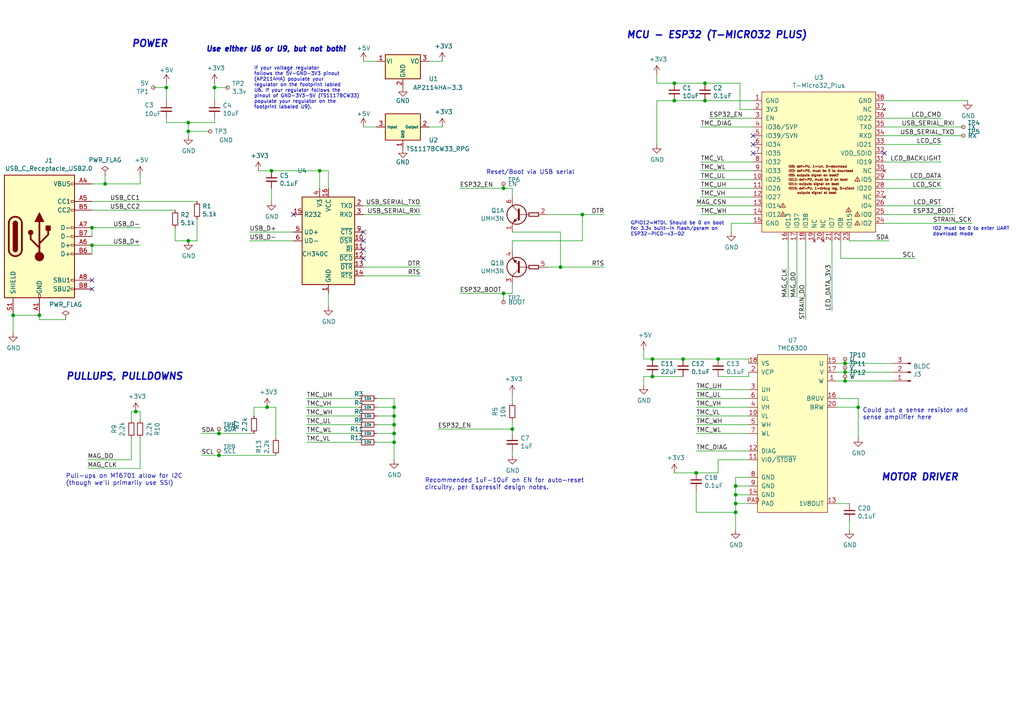
<source format=kicad_sch>
(kicad_sch (version 20240417) (generator "eeschema") (generator_version "8.99")
  (paper "A4")
  (lib_symbols
    (symbol "Connector:Conn_01x03_Male" (pin_names (offset 1.016) hide)
      (property "Reference" "J" (at 0 5.08 0))
      (property "Value" "Conn_01x03_Male" (at 0 -5.08 0))
      (symbol "Conn_01x03_Male_1_1"
        (pin passive line (at 5.08 2.54 180) (length 3.81) (name "Pin_1") (number "1"))
        (pin passive line (at 5.08 0 180) (length 3.81) (name "Pin_2") (number "2"))
        (pin passive line (at 5.08 -2.54 180) (length 3.81) (name "Pin_3") (number "3"))
      )
    )
    (symbol "Connector:TestPoint_Small" (pin_numbers hide) (pin_names (offset 0.762) hide)
      (property "Reference" "TP" (at 0 3.81 0))
      (property "Value" "TestPoint_Small" (at 0 2.032 0))
      (symbol "TestPoint_Small_1_1"
        (pin passive line (at 0 0 90) (length 0) (name "1") (number "1"))
      )
    )
    (symbol "Connector:USB_C_Receptacle_USB2.0" (pin_names (offset 1.016))
      (property "Reference" "J" (at -10.16 19.05 0))
      (property "Value" "USB_C_Receptacle_USB2.0" (at 19.05 19.05 0))
      (symbol "USB_C_Receptacle_USB2.0_1_1"
        (pin passive line (at 0 -22.86 90) (length 5.08) (name "GND") (number "A1"))
        (pin passive line (at 0 -22.86 90) (length 5.08) hide (name "GND") (number "A12"))
        (pin passive line (at 15.24 15.24 180) (length 5.08) (name "VBUS") (number "A4"))
        (pin bidirectional line (at 15.24 10.16 180) (length 5.08) (name "CC1") (number "A5"))
        (pin bidirectional line (at 15.24 -2.54 180) (length 5.08) (name "D+") (number "A6"))
        (pin bidirectional line (at 15.24 2.54 180) (length 5.08) (name "D-") (number "A7"))
        (pin bidirectional line (at 15.24 -12.7 180) (length 5.08) (name "SBU1") (number "A8"))
        (pin passive line (at 15.24 15.24 180) (length 5.08) hide (name "VBUS") (number "A9"))
        (pin passive line (at 0 -22.86 90) (length 5.08) hide (name "GND") (number "B1"))
        (pin passive line (at 0 -22.86 90) (length 5.08) hide (name "GND") (number "B12"))
        (pin passive line (at 15.24 15.24 180) (length 5.08) hide (name "VBUS") (number "B4"))
        (pin bidirectional line (at 15.24 7.62 180) (length 5.08) (name "CC2") (number "B5"))
        (pin bidirectional line (at 15.24 -5.08 180) (length 5.08) (name "D+") (number "B6"))
        (pin bidirectional line (at 15.24 0 180) (length 5.08) (name "D-") (number "B7"))
        (pin bidirectional line (at 15.24 -15.24 180) (length 5.08) (name "SBU2") (number "B8"))
        (pin passive line (at 15.24 15.24 180) (length 5.08) hide (name "VBUS") (number "B9"))
        (pin passive line (at -7.62 -22.86 90) (length 5.08) (name "SHIELD") (number "S1"))
      )
    )
    (symbol "Device:C_Small" (pin_numbers hide) (pin_names (offset 0.254) hide)
      (property "Reference" "C" (at 0.254 1.778 0))
      (property "Value" "C_Small" (at 0.254 -2.032 0))
      (symbol "C_Small_1_1"
        (pin passive line (at 0 2.54 270) (length 2.032) (name "~") (number "1"))
        (pin passive line (at 0 -2.54 90) (length 2.032) (name "~") (number "2"))
      )
    )
    (symbol "Device:R_Small" (pin_numbers hide) (pin_names (offset 0.254) hide)
      (property "Reference" "R" (at 0.762 0.508 0))
      (property "Value" "R_Small" (at 0.762 -1.016 0))
      (symbol "R_Small_1_1"
        (pin passive line (at 0 2.54 270) (length 0.762) (name "~") (number "1"))
        (pin passive line (at 0 -2.54 90) (length 0.762) (name "~") (number "2"))
      )
    )
    (symbol "Interface_USB:CH340C"
      (property "Reference" "U" (at -5.08 13.97 0))
      (property "Value" "CH340C" (at 1.27 13.97 0))
      (symbol "CH340C_1_1"
        (pin power_in line (at 0 -15.24 90) (length 2.54) (name "GND") (number "1"))
        (pin input line (at 10.16 0 180) (length 2.54) (name "~{DSR}") (number "10"))
        (pin input line (at 10.16 -2.54 180) (length 2.54) (name "~{RI}") (number "11"))
        (pin input line (at 10.16 -5.08 180) (length 2.54) (name "~{DCD}") (number "12"))
        (pin output line (at 10.16 -7.62 180) (length 2.54) (name "~{DTR}") (number "13"))
        (pin output line (at 10.16 -10.16 180) (length 2.54) (name "~{RTS}") (number "14"))
        (pin input line (at -10.16 7.62 0) (length 2.54) (name "R232") (number "15"))
        (pin power_in line (at 0 15.24 270) (length 2.54) (name "VCC") (number "16"))
        (pin output line (at 10.16 10.16 180) (length 2.54) (name "TXD") (number "2"))
        (pin input line (at 10.16 7.62 180) (length 2.54) (name "RXD") (number "3"))
        (pin passive line (at -2.54 15.24 270) (length 2.54) (name "V3") (number "4"))
        (pin bidirectional line (at -10.16 2.54 0) (length 2.54) (name "UD+") (number "5"))
        (pin bidirectional line (at -10.16 0 0) (length 2.54) (name "UD-") (number "6"))
        (pin no_connect line (at -7.62 -7.62 0) (length 2.54) hide (name "NC") (number "7"))
        (pin no_connect line (at -7.62 -10.16 0) (length 2.54) hide (name "NC") (number "8"))
        (pin input line (at 10.16 2.54 180) (length 2.54) (name "~{CTS}") (number "9"))
      )
    )
    (symbol "Regulator_Linear:AP7361C-33E" (pin_names (offset 0.254))
      (property "Reference" "U" (at -3.81 3.175 0))
      (property "Value" "AP7361C-33E" (at 0 3.175 0))
      (symbol "AP7361C-33E_1_1"
        (pin power_in line (at -7.62 0 0) (length 2.54) (name "VI") (number "1"))
        (pin power_in line (at 0 -7.62 90) (length 2.54) (name "GND") (number "2"))
        (pin power_out line (at 7.62 0 180) (length 2.54) (name "VO") (number "3"))
      )
    )
    (symbol "Regulator_Linear:TS1117BCW33_RPG"
      (property "Reference" "U" (at 0 8.89 0))
      (property "Value" "TS1117BCW33_RPG" (at 0 6.35 0))
      (symbol "TS1117BCW33_RPG_1_1"
        (pin power_in line (at 0 -6.35 90) (length 2.54) (name "GND") (number "1"))
        (pin passive line (at 7.62 0 180) (length 2.54) (name "Output") (number "2"))
        (pin power_in line (at -7.62 0 0) (length 2.54) (name "Input") (number "3"))
      )
    )
    (symbol "Transistor_BJT:UMH3N" (pin_names hide)
      (property "Reference" "Q" (at 7.62 1.27 0))
      (property "Value" "UMH3N" (at 7.62 -1.27 0))
      (symbol "UMH3N_1_1"
        (pin passive line (at 5.08 -5.08 90) (length 2.54) (name "E1") (number "1"))
        (pin input line (at -5.08 0 0) (length 2.54) (name "B1") (number "2"))
        (pin passive line (at 5.08 5.08 270) (length 2.54) (name "C1") (number "6"))
      )
      (symbol "UMH3N_2_1"
        (pin passive line (at 5.08 5.08 270) (length 2.54) (name "C2") (number "3"))
        (pin passive line (at 5.08 -5.08 90) (length 2.54) (name "E2") (number "4"))
        (pin input line (at -5.08 0 0) (length 2.54) (name "B2") (number "5"))
      )
    )
    (symbol "Trinamic:TMC6300" (pin_names (offset 1.016))
      (property "Reference" "U" (at 0 2.54 0))
      (property "Value" "TMC6300" (at 0 0 0))
      (symbol "TMC6300_1_1"
        (pin output line (at 12.7 15.24 180) (length 2.54) (name "W") (number "1"))
        (pin input line (at -12.7 5.08 0) (length 2.54) (name "VL") (number "10"))
        (pin power_in line (at -12.7 -7.62 0) (length 2.54) (name "VIO/~{STDBY}") (number "11"))
        (pin output line (at -12.7 -5.08 0) (length 2.54) (name "DIAG") (number "12"))
        (pin power_out line (at 12.7 -20.32 180) (length 2.54) (name "1V8OUT") (number "13"))
        (pin power_in line (at -12.7 -17.78 0) (length 2.54) (name "GND") (number "14"))
        (pin output line (at 12.7 20.32 180) (length 2.54) (name "U") (number "15"))
        (pin passive line (at 12.7 10.16 180) (length 2.54) (name "BRUV") (number "16"))
        (pin output line (at 12.7 17.78 180) (length 2.54) (name "V") (number "17"))
        (pin power_in line (at -12.7 20.32 0) (length 2.54) (name "VS") (number "18"))
        (pin no_connect line (at 12.7 -17.78 180) (length 2.54) hide (name "NC") (number "19"))
        (pin bidirectional line (at -12.7 17.78 0) (length 2.54) (name "VCP") (number "2"))
        (pin passive line (at 12.7 7.62 180) (length 2.54) (name "BRW") (number "20"))
        (pin input line (at -12.7 12.7 0) (length 2.54) (name "UH") (number "3"))
        (pin input line (at -12.7 7.62 0) (length 2.54) (name "VH") (number "4"))
        (pin input line (at -12.7 2.54 0) (length 2.54) (name "WH") (number "5"))
        (pin input line (at -12.7 10.16 0) (length 2.54) (name "UL") (number "6"))
        (pin input line (at -12.7 0 0) (length 2.54) (name "WL") (number "7"))
        (pin power_in line (at -12.7 -12.7 0) (length 2.54) (name "GND") (number "8"))
        (pin power_in line (at -12.7 -15.24 0) (length 2.54) (name "GND") (number "9"))
        (pin power_in line (at -12.7 -20.32 0) (length 2.54) (name "PAD") (number "PAD"))
      )
    )
    (symbol "lilygo_micro32:T-Micro32_Plus" (pin_names (offset 1.016))
      (property "Reference" "U" (at -15.24 21.59 0))
      (property "Value" "T-Micro32_Plus" (at 0 17.78 0))
      (symbol "T-Micro32_Plus_0_0"
        (text "IO0: def=PU, 1=run, 0=download" (at -8.89 -1.27 0) (effects (font (size 0.6604 0.6604)) (justify left)))
        (text "IO2: def=PD, must be 0 to download" (at -8.89 -2.54 0) (effects (font (size 0.6604 0.6604)) (justify left)))
        (text "IO5: outputs signal on boot?" (at -8.89 -3.81 0) (effects (font (size 0.6604 0.6604)) (justify left)))
        (text "IO12: def=PD, must be 0 on boot" (at -8.89 -5.08 0) (effects (font (size 0.6604 0.6604)) (justify left)))
        (text "IO14: outputs signal on boot" (at -8.89 -6.35 0) (effects (font (size 0.6604 0.6604)) (justify left)))
        (text "IO15: def=PU, 1=debug log, 0=silent" (at -8.89 -7.62 0) (effects (font (size 0.6604 0.6604)) (justify left)))
        (text "outputs signal at boot" (at -6.35 -8.89 0) (effects (font (size 0.6604 0.6604)) (justify left)))
      )
      (symbol "T-Micro32_Plus_1_1"
        (pin power_in line (at -19.05 17.78 0) (length 2.54) (name "GND") (number "1"))
        (pin bidirectional line (at -19.05 -5.08 0) (length 2.54) (name "IO25") (number "10"))
        (pin bidirectional line (at -19.05 -7.62 0) (length 2.54) (name "IO26") (number "11"))
        (pin bidirectional line (at -19.05 -10.16 0) (length 2.54) (name "IO27") (number "12"))
        (pin bidirectional line (at -19.05 -12.7 0) (length 2.54) (name "IO14") (number "13"))
        (pin bidirectional line (at -19.05 -15.24 0) (length 2.54) (name "IO12") (number "14"))
        (pin power_in line (at -19.05 -17.78 0) (length 2.54) (name "GND") (number "15"))
        (pin bidirectional line (at -8.89 -22.86 90) (length 2.54) (name "IO13") (number "16"))
        (pin input line (at -6.35 -22.86 90) (length 2.54) (name "IO37") (number "17"))
        (pin input line (at -3.81 -22.86 90) (length 2.54) (name "IO38") (number "18"))
        (pin no_connect line (at -1.27 -22.86 90) (length 2.54) (name "NC") (number "19"))
        (pin power_in line (at -19.05 15.24 0) (length 2.54) (name "3V3") (number "2"))
        (pin no_connect line (at 1.27 -22.86 90) (length 2.54) (name "NC") (number "20"))
        (pin bidirectional line (at 3.81 -22.86 90) (length 2.54) (name "IO7") (number "21"))
        (pin bidirectional line (at 6.35 -22.86 90) (length 2.54) (name "IO8") (number "22"))
        (pin bidirectional line (at 8.89 -22.86 90) (length 2.54) (name "IO15") (number "23"))
        (pin bidirectional line (at 19.05 -17.78 180) (length 2.54) (name "IO2") (number "24"))
        (pin bidirectional line (at 19.05 -15.24 180) (length 2.54) (name "IO0") (number "25"))
        (pin bidirectional line (at 19.05 -12.7 180) (length 2.54) (name "IO4") (number "26"))
        (pin no_connect line (at 19.05 -10.16 180) (length 2.54) (name "NC") (number "27"))
        (pin bidirectional line (at 19.05 -7.62 180) (length 2.54) (name "IO20") (number "28"))
        (pin bidirectional line (at 19.05 -5.08 180) (length 2.54) (name "IO5") (number "29"))
        (pin input line (at -19.05 12.7 0) (length 2.54) (name "EN") (number "3"))
        (pin no_connect line (at 19.05 -2.54 180) (length 2.54) (name "NC") (number "30"))
        (pin bidirectional line (at 19.05 0 180) (length 2.54) (name "IO19") (number "31"))
        (pin passive line (at 19.05 2.54 180) (length 2.54) (name "VDD_SDIO") (number "32"))
        (pin bidirectional line (at 19.05 5.08 180) (length 2.54) (name "IO21") (number "33"))
        (pin input line (at 19.05 7.62 180) (length 2.54) (name "RXD") (number "34"))
        (pin output line (at 19.05 10.16 180) (length 2.54) (name "TXD") (number "35"))
        (pin bidirectional line (at 19.05 12.7 180) (length 2.54) (name "IO22") (number "36"))
        (pin no_connect line (at 19.05 15.24 180) (length 2.54) (name "NC") (number "37"))
        (pin power_in line (at 19.05 17.78 180) (length 2.54) (name "GND") (number "38"))
        (pin input line (at -19.05 10.16 0) (length 2.54) (name "IO36/SVP") (number "4"))
        (pin input line (at -19.05 7.62 0) (length 2.54) (name "IO39/SVN") (number "5"))
        (pin input line (at -19.05 5.08 0) (length 2.54) (name "IO34") (number "6"))
        (pin input line (at -19.05 2.54 0) (length 2.54) (name "IO35") (number "7"))
        (pin bidirectional line (at -19.05 0 0) (length 2.54) (name "IO32") (number "8"))
        (pin bidirectional line (at -19.05 -2.54 0) (length 2.54) (name "IO33") (number "9"))
      )
    )
    (symbol "power:+3.3V" (power) (pin_names (offset 0))
      (property "Value" "+3.3V" (at 0 3.556 0))
      (symbol "+3.3V_1_1"
        (pin power_in line (at 0 0 90) (length 0) hide (name "+3V3") (number "1"))
      )
    )
    (symbol "power:+5V" (power) (pin_names (offset 0))
      (property "Value" "+5V" (at 0 3.556 0))
      (symbol "+5V_1_1"
        (pin power_in line (at 0 0 90) (length 0) hide (name "+5V") (number "1"))
      )
    )
    (symbol "power:GND" (power) (pin_names (offset 0))
      (property "Value" "GND" (at 0 -3.81 0))
      (symbol "GND_1_1"
        (pin power_in line (at 0 0 270) (length 0) hide (name "GND") (number "1"))
      )
    )
    (symbol "power:PWR_FLAG" (power) (pin_numbers hide) (pin_names (offset 0) hide)
      (property "Value" "PWR_FLAG" (at 0 3.81 0))
      (symbol "PWR_FLAG_0_0"
        (pin power_out line (at 0 0 90) (length 0) (name "pwr") (number "1"))
      )
    )
  )
  (text "PULLUPS, PULLDOWNS" (at 19.05 110.49 0) (effects (font (size 2.0066 2.0066) (thickness 0.4013) (bold yes) (italic yes)) (justify left bottom)))
  (text "Recommended 1uF-10uF on EN for auto-reset\ncircuitry, per Espressif design notes." (at 123.19 142.24 0) (effects (font (size 1.27 1.27)) (justify left bottom)))
  (text "MOTOR DRIVER" (at 255.524 139.7 0) (effects (font (size 2.0066 2.0066) (thickness 0.4013) (bold yes) (italic yes)) (justify left bottom)))
  (text "POWER" (at 38.1 13.97 0) (effects (font (size 2.0066 2.0066) (thickness 0.4013) (bold yes) (italic yes)) (justify left bottom)))
  (text "MCU - ESP32 (T-MICRO32 PLUS)" (at 181.61 11.43 0) (effects (font (size 2.0066 2.0066) (thickness 0.4013) (bold yes) (italic yes)) (justify left bottom)))
  (text "Reset/Boot via USB serial" (at 140.97 50.8 0) (effects (font (size 1.27 1.27)) (justify left bottom)))
  (text "IO2 must be 0 to enter UART\ndownload mode" (at 270.51 68.58 0) (effects (font (size 0.9906 0.9906)) (justify left bottom)))
  (text "If your voltage regulator\nfollows the 5V-GND-3V3 pinout\n(AP2114HA) populate your\nregulator on the footprint labled\nU6. If your regulator follows the\npinout of GND-3V3-5V (TS1117BCW33)\npopulate your regulator on the\nfootprint labaled U9)." (at 73.66 31.75 0) (effects (font (size 1 1)) (justify left bottom)))
  (text "Use either U6 or U9, but not both!" (at 59.69 15.24 0) (effects (font (size 1.5 1.5) (thickness 0.6) (bold yes) (italic yes)) (justify left bottom)))
  (text "GPIO12=MTDI. Should be 0 on boot\nfor 3.3v built-in flash/psram on\nESP32-PICO-v3-02" (at 182.88 68.58 0) (effects (font (size 0.9906 0.9906)) (justify left bottom)))
  (text "USB" (at -13.97 45.72 0) (effects (font (size 2.0066 2.0066) (thickness 0.4013) (bold yes) (italic yes)) (justify left bottom)))
  (text "Pull-ups on MT6701 allow for I2C\n(though we'll primarily use SSI)" (at 19.05 140.97 0) (effects (font (size 1.27 1.27)) (justify left bottom)))
  (text "Could put a sense resistor and\nsense amplifier here" (at 250.19 121.92 0) (effects (font (size 1.27 1.27)) (justify left bottom)))
  (junction (at 54.61 35.56))
  (junction (at 195.58 29.21))
  (junction (at 245.11 105.41))
  (junction (at 204.47 29.21))
  (junction (at 114.3 120.65))
  (junction (at 114.3 123.19))
  (junction (at 77.47 118.11))
  (junction (at 114.3 118.11))
  (junction (at 213.36 140.97))
  (junction (at 245.11 110.49))
  (junction (at 245.11 107.95))
  (junction (at 204.47 24.13))
  (junction (at 78.74 49.53))
  (junction (at 26.67 66.04))
  (junction (at 62.23 25.4))
  (junction (at 248.92 118.11))
  (junction (at 30.48 53.34))
  (junction (at 63.5 132.08))
  (junction (at 26.67 71.12))
  (junction (at 11.43 91.44))
  (junction (at 114.3 125.73))
  (junction (at 48.26 25.4))
  (junction (at 92.71 49.53))
  (junction (at 54.61 69.85))
  (junction (at 195.58 24.13))
  (junction (at 162.56 77.47))
  (junction (at 54.61 38.1))
  (junction (at 168.91 62.23))
  (junction (at 146.05 85.09))
  (junction (at 189.23 109.22))
  (junction (at 201.93 137.16))
  (junction (at 213.36 143.51))
  (junction (at 3.81 91.44))
  (junction (at 208.28 104.14))
  (junction (at 213.36 148.59))
  (junction (at 189.23 104.14))
  (junction (at 114.3 128.27))
  (junction (at 146.05 54.61))
  (junction (at 213.36 146.05))
  (junction (at 148.59 124.46))
  (junction (at 39.37 119.38))
  (junction (at 63.5 125.73))
  (junction (at 198.12 104.14))
  (no_connect (at 26.67 81.28))
  (no_connect (at 256.54 44.45))
  (no_connect (at 105.41 72.39))
  (no_connect (at 26.67 83.82))
  (no_connect (at 105.41 74.93))
  (no_connect (at 218.44 41.91))
  (no_connect (at 85.09 62.23))
  (no_connect (at 105.41 67.31))
  (no_connect (at 218.44 39.37))
  (no_connect (at 218.44 44.45))
  (no_connect (at 105.41 69.85))
  (wire (pts (xy 248.92 115.57) (xy 248.92 118.11)))
  (wire (pts (xy 218.44 57.15) (xy 203.2 57.15)))
  (wire (pts (xy 114.3 115.57) (xy 114.3 118.11)))
  (wire (pts (xy 73.66 120.65) (xy 73.66 118.11)))
  (wire (pts (xy 212.09 67.31) (xy 212.09 64.77)))
  (wire (pts (xy 208.28 104.14) (xy 198.12 104.14)))
  (wire (pts (xy 242.57 146.05) (xy 246.38 146.05)))
  (wire (pts (xy 54.61 35.56) (xy 54.61 38.1)))
  (wire (pts (xy 44.45 25.4) (xy 48.26 25.4)))
  (wire (pts (xy 77.47 118.11) (xy 80.01 118.11)))
  (wire (pts (xy 148.59 132.08) (xy 148.59 130.81)))
  (wire (pts (xy 78.74 49.53) (xy 92.71 49.53)))
  (wire (pts (xy 54.61 38.1) (xy 60.96 38.1)))
  (wire (pts (xy 233.68 69.85) (xy 233.68 92.71)))
  (wire (pts (xy 80.01 118.11) (xy 80.01 127)))
  (wire (pts (xy 26.67 58.42) (xy 57.15 58.42)))
  (wire (pts (xy 213.36 143.51) (xy 217.17 143.51)))
  (wire (pts (xy 62.23 25.4) (xy 62.23 29.21)))
  (wire (pts (xy 168.91 62.23) (xy 175.26 62.23)))
  (wire (pts (xy 114.3 125.73) (xy 114.3 128.27)))
  (wire (pts (xy 26.67 66.04) (xy 26.67 68.58)))
  (wire (pts (xy 189.23 104.14) (xy 198.12 104.14)))
  (wire (pts (xy 104.14 128.27) (xy 88.9 128.27)))
  (wire (pts (xy 218.44 46.99) (xy 203.2 46.99)))
  (wire (pts (xy 30.48 53.34) (xy 40.64 53.34)))
  (wire (pts (xy 95.25 49.53) (xy 92.71 49.53)))
  (wire (pts (xy 48.26 24.13) (xy 48.26 25.4)))
  (wire (pts (xy 57.15 69.85) (xy 57.15 63.5)))
  (wire (pts (xy 124.46 17.78) (xy 128.27 17.78)))
  (wire (pts (xy 190.5 29.21) (xy 195.58 29.21)))
  (wire (pts (xy 218.44 62.23) (xy 203.2 62.23)))
  (wire (pts (xy 11.43 92.71) (xy 19.05 92.71)))
  (wire (pts (xy 198.12 109.22) (xy 189.23 109.22)))
  (wire (pts (xy 190.5 24.13) (xy 190.5 21.59)))
  (wire (pts (xy 245.11 110.49) (xy 242.57 110.49)))
  (wire (pts (xy 54.61 35.56) (xy 48.26 35.56)))
  (wire (pts (xy 217.17 123.19) (xy 201.93 123.19)))
  (wire (pts (xy 54.61 35.56) (xy 62.23 35.56)))
  (wire (pts (xy 162.56 67.31) (xy 162.56 77.47)))
  (wire (pts (xy 133.35 54.61) (xy 146.05 54.61)))
  (wire (pts (xy 104.14 120.65) (xy 88.9 120.65)))
  (wire (pts (xy 217.17 120.65) (xy 201.93 120.65)))
  (wire (pts (xy 256.54 36.83) (xy 279.4 36.83)))
  (wire (pts (xy 168.91 69.85) (xy 168.91 62.23)))
  (wire (pts (xy 25.4 135.89) (xy 40.64 135.89)))
  (wire (pts (xy 26.67 60.96) (xy 50.8 60.96)))
  (wire (pts (xy 243.84 74.93) (xy 243.84 69.85)))
  (wire (pts (xy 245.11 106.68) (xy 245.11 107.95)))
  (wire (pts (xy 217.17 105.41) (xy 217.17 104.14)))
  (wire (pts (xy 105.41 62.23) (xy 121.92 62.23)))
  (wire (pts (xy 217.17 130.81) (xy 201.93 130.81)))
  (wire (pts (xy 26.67 53.34) (xy 30.48 53.34)))
  (wire (pts (xy 148.59 67.31) (xy 162.56 67.31)))
  (wire (pts (xy 104.14 125.73) (xy 88.9 125.73)))
  (wire (pts (xy 26.67 66.04) (xy 40.64 66.04)))
  (wire (pts (xy 218.44 52.07) (xy 203.2 52.07)))
  (wire (pts (xy 74.93 49.53) (xy 78.74 49.53)))
  (wire (pts (xy 231.14 69.85) (xy 231.14 86.36)))
  (wire (pts (xy 242.57 115.57) (xy 248.92 115.57)))
  (wire (pts (xy 62.23 25.4) (xy 66.04 25.4)))
  (wire (pts (xy 148.59 54.61) (xy 148.59 57.15)))
  (wire (pts (xy 217.17 125.73) (xy 201.93 125.73)))
  (wire (pts (xy 186.69 101.6) (xy 186.69 104.14)))
  (wire (pts (xy 256.54 39.37) (xy 279.4 39.37)))
  (wire (pts (xy 26.67 71.12) (xy 40.64 71.12)))
  (wire (pts (xy 3.81 91.44) (xy 3.81 96.52)))
  (wire (pts (xy 218.44 36.83) (xy 203.2 36.83)))
  (wire (pts (xy 95.25 54.61) (xy 95.25 49.53)))
  (wire (pts (xy 242.57 105.41) (xy 245.11 105.41)))
  (wire (pts (xy 214.63 24.13) (xy 204.47 24.13)))
  (wire (pts (xy 218.44 54.61) (xy 203.2 54.61)))
  (wire (pts (xy 148.59 85.09) (xy 146.05 85.09)))
  (wire (pts (xy 114.3 118.11) (xy 109.22 118.11)))
  (wire (pts (xy 50.8 69.85) (xy 54.61 69.85)))
  (wire (pts (xy 217.17 118.11) (xy 201.93 118.11)))
  (wire (pts (xy 217.17 133.35) (xy 208.28 133.35)))
  (wire (pts (xy 148.59 82.55) (xy 148.59 85.09)))
  (wire (pts (xy 50.8 66.04) (xy 50.8 69.85)))
  (wire (pts (xy 248.92 118.11) (xy 248.92 127)))
  (wire (pts (xy 40.64 119.38) (xy 40.64 121.92)))
  (wire (pts (xy 273.05 34.29) (xy 256.54 34.29)))
  (wire (pts (xy 201.93 148.59) (xy 213.36 148.59)))
  (wire (pts (xy 124.46 36.83) (xy 128.27 36.83)))
  (wire (pts (xy 186.69 109.22) (xy 186.69 111.76)))
  (wire (pts (xy 195.58 137.16) (xy 201.93 137.16)))
  (wire (pts (xy 218.44 49.53) (xy 203.2 49.53)))
  (wire (pts (xy 213.36 148.59) (xy 213.36 146.05)))
  (wire (pts (xy 30.48 50.8) (xy 30.48 53.34)))
  (wire (pts (xy 114.3 118.11) (xy 114.3 120.65)))
  (wire (pts (xy 218.44 59.69) (xy 201.93 59.69)))
  (wire (pts (xy 58.42 132.08) (xy 63.5 132.08)))
  (wire (pts (xy 11.43 91.44) (xy 3.81 91.44)))
  (wire (pts (xy 58.42 125.73) (xy 63.5 125.73)))
  (wire (pts (xy 148.59 124.46) (xy 148.59 121.92)))
  (wire (pts (xy 256.54 41.91) (xy 273.05 41.91)))
  (wire (pts (xy 40.64 127) (xy 40.64 135.89)))
  (wire (pts (xy 62.23 35.56) (xy 62.23 34.29)))
  (wire (pts (xy 104.14 115.57) (xy 88.9 115.57)))
  (wire (pts (xy 114.3 128.27) (xy 114.3 133.35)))
  (wire (pts (xy 148.59 125.73) (xy 148.59 124.46)))
  (wire (pts (xy 105.41 80.01) (xy 121.92 80.01)))
  (wire (pts (xy 242.57 107.95) (xy 245.11 107.95)))
  (wire (pts (xy 246.38 69.85) (xy 257.81 69.85)))
  (wire (pts (xy 38.1 119.38) (xy 39.37 119.38)))
  (wire (pts (xy 242.57 118.11) (xy 248.92 118.11)))
  (wire (pts (xy 256.54 29.21) (xy 280.67 29.21)))
  (wire (pts (xy 214.63 31.75) (xy 214.63 24.13)))
  (wire (pts (xy 26.67 71.12) (xy 26.67 73.66)))
  (wire (pts (xy 109.22 123.19) (xy 114.3 123.19)))
  (wire (pts (xy 217.17 115.57) (xy 201.93 115.57)))
  (wire (pts (xy 217.17 140.97) (xy 213.36 140.97)))
  (wire (pts (xy 218.44 29.21) (xy 204.47 29.21)))
  (wire (pts (xy 92.71 49.53) (xy 92.71 54.61)))
  (wire (pts (xy 273.05 54.61) (xy 256.54 54.61)))
  (wire (pts (xy 38.1 121.92) (xy 38.1 119.38)))
  (wire (pts (xy 48.26 35.56) (xy 48.26 34.29)))
  (wire (pts (xy 205.74 34.29) (xy 218.44 34.29)))
  (wire (pts (xy 146.05 53.34) (xy 146.05 54.61)))
  (wire (pts (xy 245.11 105.41) (xy 259.08 105.41)))
  (wire (pts (xy 105.41 17.78) (xy 109.22 17.78)))
  (wire (pts (xy 148.59 72.39) (xy 148.59 69.85)))
  (wire (pts (xy 114.3 123.19) (xy 114.3 125.73)))
  (wire (pts (xy 105.41 36.83) (xy 109.22 36.83)))
  (wire (pts (xy 256.54 62.23) (xy 276.86 62.23)))
  (wire (pts (xy 146.05 87.63) (xy 146.05 85.09)))
  (wire (pts (xy 213.36 140.97) (xy 213.36 138.43)))
  (wire (pts (xy 158.75 77.47) (xy 162.56 77.47)))
  (wire (pts (xy 204.47 24.13) (xy 195.58 24.13)))
  (wire (pts (xy 217.17 146.05) (xy 213.36 146.05)))
  (wire (pts (xy 109.22 120.65) (xy 114.3 120.65)))
  (wire (pts (xy 243.84 74.93) (xy 265.43 74.93)))
  (wire (pts (xy 95.25 88.9) (xy 95.25 85.09)))
  (wire (pts (xy 25.4 133.35) (xy 38.1 133.35)))
  (wire (pts (xy 246.38 151.13) (xy 246.38 153.67)))
  (wire (pts (xy 54.61 69.85) (xy 57.15 69.85)))
  (wire (pts (xy 245.11 110.49) (xy 259.08 110.49)))
  (wire (pts (xy 162.56 77.47) (xy 175.26 77.47)))
  (wire (pts (xy 85.09 67.31) (xy 72.39 67.31)))
  (wire (pts (xy 218.44 31.75) (xy 214.63 31.75)))
  (wire (pts (xy 213.36 138.43) (xy 217.17 138.43)))
  (wire (pts (xy 114.3 120.65) (xy 114.3 123.19)))
  (wire (pts (xy 201.93 142.24) (xy 201.93 148.59)))
  (wire (pts (xy 245.11 109.22) (xy 245.11 110.49)))
  (wire (pts (xy 72.39 69.85) (xy 85.09 69.85)))
  (wire (pts (xy 105.41 59.69) (xy 121.92 59.69)))
  (wire (pts (xy 217.17 109.22) (xy 217.17 107.95)))
  (wire (pts (xy 39.37 119.38) (xy 40.64 119.38)))
  (wire (pts (xy 256.54 52.07) (xy 273.05 52.07)))
  (wire (pts (xy 213.36 153.67) (xy 213.36 148.59)))
  (wire (pts (xy 11.43 91.44) (xy 11.43 92.71)))
  (wire (pts (xy 63.5 125.73) (xy 73.66 125.73)))
  (wire (pts (xy 245.11 104.14) (xy 245.11 105.41)))
  (wire (pts (xy 40.64 50.8) (xy 40.64 53.34)))
  (wire (pts (xy 109.22 125.73) (xy 114.3 125.73)))
  (wire (pts (xy 63.5 124.46) (xy 63.5 125.73)))
  (wire (pts (xy 109.22 128.27) (xy 114.3 128.27)))
  (wire (pts (xy 208.28 137.16) (xy 208.28 133.35)))
  (wire (pts (xy 73.66 118.11) (xy 77.47 118.11)))
  (wire (pts (xy 273.05 46.99) (xy 256.54 46.99)))
  (wire (pts (xy 54.61 38.1) (xy 54.61 39.37)))
  (wire (pts (xy 217.17 113.03) (xy 201.93 113.03)))
  (wire (pts (xy 245.11 107.95) (xy 259.08 107.95)))
  (wire (pts (xy 213.36 146.05) (xy 213.36 143.51)))
  (wire (pts (xy 213.36 143.51) (xy 213.36 140.97)))
  (wire (pts (xy 109.22 115.57) (xy 114.3 115.57)))
  (wire (pts (xy 217.17 104.14) (xy 208.28 104.14)))
  (wire (pts (xy 208.28 109.22) (xy 217.17 109.22)))
  (wire (pts (xy 146.05 85.09) (xy 133.35 85.09)))
  (wire (pts (xy 104.14 123.19) (xy 88.9 123.19)))
  (wire (pts (xy 127 124.46) (xy 148.59 124.46)))
  (wire (pts (xy 228.6 69.85) (xy 228.6 86.36)))
  (wire (pts (xy 204.47 29.21) (xy 195.58 29.21)))
  (wire (pts (xy 190.5 29.21) (xy 190.5 41.91)))
  (wire (pts (xy 241.3 90.17) (xy 241.3 69.85)))
  (wire (pts (xy 38.1 127) (xy 38.1 133.35)))
  (wire (pts (xy 186.69 109.22) (xy 189.23 109.22)))
  (wire (pts (xy 148.59 69.85) (xy 168.91 69.85)))
  (wire (pts (xy 146.05 54.61) (xy 148.59 54.61)))
  (wire (pts (xy 62.23 24.13) (xy 62.23 25.4)))
  (wire (pts (xy 148.59 116.84) (xy 148.59 114.3)))
  (wire (pts (xy 48.26 25.4) (xy 48.26 29.21)))
  (wire (pts (xy 63.5 132.08) (xy 80.01 132.08)))
  (wire (pts (xy 63.5 130.81) (xy 63.5 132.08)))
  (wire (pts (xy 201.93 137.16) (xy 208.28 137.16)))
  (wire (pts (xy 212.09 64.77) (xy 218.44 64.77)))
  (wire (pts (xy 186.69 104.14) (xy 189.23 104.14)))
  (wire (pts (xy 195.58 24.13) (xy 190.5 24.13)))
  (wire (pts (xy 104.14 118.11) (xy 88.9 118.11)))
  (wire (pts (xy 78.74 54.61) (xy 78.74 58.42)))
  (wire (pts (xy 158.75 62.23) (xy 168.91 62.23)))
  (wire (pts (xy 256.54 59.69) (xy 273.05 59.69)))
  (wire (pts (xy 256.54 64.77) (xy 281.94 64.77)))
  (wire (pts (xy 105.41 77.47) (xy 121.92 77.47)))
  (label "TMC_UL" (at 88.9 123.19 0))
  (label "USB_D+" (at 72.39 67.31 0))
  (label "TMC_UL" (at 201.93 115.57 0))
  (label "LCD_CS" (at 273.05 41.91 180))
  (label "TMC_VL" (at 203.2 46.99 0))
  (label "LCD_RST" (at 273.05 59.69 180))
  (label "LCD_SCK" (at 273.05 54.61 180))
  (label "TMC_VH" (at 201.93 118.11 0))
  (label "USB_CC1" (at 40.64 58.42 180))
  (label "TMC_VH" (at 203.2 57.15 0))
  (label "MAG_CLK" (at 228.6 86.36 90))
  (label "ESP32_BOOT" (at 133.35 85.09 0))
  (label "USB_SERIAL_TXO" (at 276.86 39.37 180))
  (label "USB_CC2" (at 40.64 60.96 180))
  (label "STRAIN_SCK" (at 281.94 64.77 180))
  (label "SCL" (at 265.43 74.93 180))
  (label "ESP32_BOOT" (at 276.86 62.23 180))
  (label "DTR" (at 121.92 77.47 180))
  (label "TMC_WH" (at 88.9 120.65 0))
  (label "LCD_BACKLIGHT" (at 273.05 46.99 180))
  (label "TMC_UH" (at 88.9 115.57 0))
  (label "MAG_DO" (at 231.14 86.36 90))
  (label "MAG_CLK" (at 25.4 135.89 0))
  (label "ESP32_EN" (at 127 124.46 0))
  (label "USB_SERIAL_RXI" (at 276.86 36.83 180))
  (label "TMC_VL" (at 201.93 120.65 0))
  (label "TMC_VL" (at 88.9 128.27 0))
  (label "LED_DATA_3V3" (at 241.3 90.17 90))
  (label "LCD_CMD" (at 273.05 34.29 180))
  (label "USB_D-" (at 72.39 69.85 0))
  (label "TMC_UH" (at 201.93 113.03 0))
  (label "TMC_DIAG" (at 201.93 130.81 0))
  (label "TMC_UH" (at 203.2 54.61 0))
  (label "TMC_DIAG" (at 203.2 36.83 0))
  (label "TMC_UL" (at 203.2 52.07 0))
  (label "RTS" (at 175.26 77.47 180))
  (label "USB_D+" (at 40.64 71.12 180))
  (label "STRAIN_DO" (at 233.68 92.71 90))
  (label "TMC_WL" (at 88.9 125.73 0))
  (label "ESP32_EN" (at 205.74 34.29 0))
  (label "SDA" (at 58.42 125.73 0))
  (label "TMC_WL" (at 201.93 125.73 0))
  (label "LCD_DATA" (at 273.05 52.07 180))
  (label "SCL" (at 58.42 132.08 0))
  (label "TMC_WH" (at 201.93 123.19 0))
  (label "MAG_DO" (at 25.4 133.35 0))
  (label "DTR" (at 175.26 62.23 180))
  (label "TMC_WL" (at 203.2 49.53 0))
  (label "ESP32_EN" (at 133.35 54.61 0))
  (label "USB_SERIAL_TXO" (at 121.92 59.69 180))
  (label "SDA" (at 257.81 69.85 180))
  (label "USB_D-" (at 40.64 66.04 180))
  (label "RTS" (at 121.92 80.01 180))
  (label "MAG_CSN" (at 201.93 59.69 0))
  (label "USB_SERIAL_RXI" (at 121.92 62.23 180))
  (label "TMC_VH" (at 88.9 118.11 0))
  (label "TMC_WH" (at 203.2 62.23 0))
  (symbol (lib_id "power:GND") (at 116.84 43.18 0) (unit 1)
    (property "Reference" "#PWR011" (effects (hide yes)))
    (property "Value" "GND" (at 116.84 46.99 0))
  )
  (symbol (lib_id "power:GND") (at 95.25 88.9 0) (unit 1)
    (property "Reference" "#PWR020" (effects (hide yes)))
    (property "Value" "GND" (at 95.377 93.2942 0))
  )
  (symbol (lib_id "power:+5V") (at 48.26 24.13 0) (unit 1)
    (property "Reference" "#PWR03" (effects (hide yes)))
    (property "Value" "+5V" (at 48.26 20.32 0))
  )
  (symbol (lib_id "power:GND") (at 54.61 39.37 0) (unit 1)
    (property "Reference" "#PWR010" (effects (hide yes)))
    (property "Value" "GND" (at 54.737 43.7642 0))
  )
  (symbol (lib_id "power:GND") (at 248.92 127 0) (unit 1)
    (property "Reference" "#PWR035" (effects (hide yes)))
    (property "Value" "GND" (at 249.047 131.3942 0))
  )
  (symbol (lib_id "Device:R_Small") (at 106.68 128.27 90) (unit 1)
    (property "Reference" "R12" (at 105.41 127 90) (effects (justify left)))
    (property "Value" "10k" (at 106.68 128.27 90) (effects (font (size 0.7874 0.7874))))
    (property "Footprint" "Resistor_SMD:R_0603_1608Metric" (effects (hide yes)))
    (property "LCSC" "C98220" (effects (hide yes)))
    (property "Digikey" "RMCF0603JT10K0CT-ND" (effects (hide yes)))
    (property "Mouser" "652-CR0603FX-1002ELF" (effects (hide yes)))
  )
  (symbol (lib_id "Connector:TestPoint_Small") (at 245.11 109.22 0) (unit 1)
    (property "Reference" "TP12" (at 246.3292 108.0516 0) (effects (justify left)))
    (property "Value" "W" (at 246.38 109.22 0) (effects (justify left)))
    (property "Footprint" "Modified:TestPoint_Pad_D2.0mm_ValueSilk" (effects (hide yes)))
  )
  (symbol (lib_id "Device:C_Small") (at 48.26 31.75 0) (unit 1)
    (property "Reference" "C3" (at 41.91 30.48 0) (effects (justify left)))
    (property "Value" "10uF" (at 41.91 33.02 0) (effects (justify left)))
    (property "Footprint" "Capacitor_SMD:C_0805_2012Metric" (effects (hide yes)))
    (property "LCSC" "C15850" (effects (hide yes)))
    (property "Digikey" "1276-2891-1-ND" (effects (hide yes)))
    (property "Mouser" "187-CL21A106KAYNNNE" (effects (hide yes)))
  )
  (symbol (lib_id "Connector:TestPoint_Small") (at 245.11 106.68 0) (unit 1)
    (property "Reference" "TP11" (at 246.3292 105.5116 0) (effects (justify left)))
    (property "Value" "V" (at 246.38 106.68 0) (effects (justify left)))
    (property "Footprint" "Modified:TestPoint_Pad_D2.0mm_ValueSilk" (effects (hide yes)))
  )
  (symbol (lib_id "power:PWR_FLAG") (at 19.05 92.71 0) (unit 1)
    (property "Reference" "#FLG02" (effects (hide yes)))
    (property "Value" "PWR_FLAG" (at 19.05 88.3158 0))
  )
  (symbol (lib_id "Device:R_Small") (at 106.68 125.73 90) (unit 1)
    (property "Reference" "R11" (at 105.41 124.46 90) (effects (justify left)))
    (property "Value" "10k" (at 106.68 125.73 90) (effects (font (size 0.7874 0.7874))))
    (property "Footprint" "Resistor_SMD:R_0603_1608Metric" (effects (hide yes)))
    (property "LCSC" "C98220" (effects (hide yes)))
    (property "Digikey" "RMCF0603JT10K0CT-ND" (effects (hide yes)))
    (property "Mouser" "652-CR0603FX-1002ELF" (effects (hide yes)))
  )
  (symbol (lib_id "Interface_USB:CH340C") (at 95.25 69.85 0) (unit 1)
    (property "Reference" "U4" (at 87.63 49.53 0))
    (property "Value" "CH340C" (at 91.44 73.66 0))
    (property "Footprint" "Package_SO:SOIC-16_3.9x9.9mm_P1.27mm" (effects (hide yes)))
    (property "Datasheet" "https://datasheet.lcsc.com/szlcsc/Jiangsu-Qin-Heng-CH340C_C84681.pdf" (effects (hide yes)))
    (property "LCSC" "C84681" (effects (hide yes)))
    (property "Digikey" "N/A" (effects (hide yes)))
    (property "Mouser" "N/A" (effects (hide yes)))
  )
  (symbol (lib_id "power:GND") (at 148.59 132.08 0) (unit 1)
    (property "Reference" "#PWR026" (effects (hide yes)))
    (property "Value" "GND" (at 148.717 136.4742 0))
  )
  (symbol (lib_id "power:+3.3V") (at 62.23 24.13 0) (unit 1)
    (property "Reference" "#PWR04" (effects (hide yes)))
    (property "Value" "+3V3" (at 62.611 19.7358 0))
  )
  (symbol (lib_id "power:GND") (at 54.61 69.85 0) (unit 1)
    (property "Reference" "#PWR018" (effects (hide yes)))
    (property "Value" "GND" (at 54.737 74.2442 0))
  )
  (symbol (lib_id "Device:C_Small") (at 201.93 139.7 0) (unit 1)
    (property "Reference" "C18" (at 204.2668 138.5316 0) (effects (justify left)))
    (property "Value" "0.1uF" (at 204.2668 140.843 0) (effects (justify left)))
    (property "Footprint" "Capacitor_SMD:C_0603_1608Metric" (effects (hide yes)))
    (property "LCSC" "C1591" (effects (hide yes)))
    (property "Digikey" "1276-1935-1-ND" (effects (hide yes)))
    (property "Mouser" "187-CL10B104KB8NNWC" (effects (hide yes)))
  )
  (symbol (lib_id "power:+5V") (at 40.64 50.8 0) (unit 1)
    (property "Reference" "#PWR014" (effects (hide yes)))
    (property "Value" "+5V" (at 41.021 46.4058 0))
  )
  (symbol (lib_id "Transistor_BJT:UMH3N") (at 153.67 77.47 180) (unit 2)
    (property "Reference" "Q1" (at 146.2786 76.3016 0) (effects (justify left)))
    (property "Value" "UMH3N" (at 146.2786 78.613 0) (effects (justify left)))
    (property "Footprint" "Package_TO_SOT_SMD:SOT-363_SC-70-6" (effects (hide yes)))
    (property "Datasheet" "http://rohmfs.rohm.com/en/products/databook/datasheet/discrete/transistor/digital/emh3t2r-e.pdf" (effects (hide yes)))
    (property "LCSC" "C62892" (effects (hide yes)))
    (property "Digikey" "UMH3NTNCT-ND" (effects (hide yes)))
    (property "Mouser" "755-UMH3NTN" (effects (hide yes)))
  )
  (symbol (lib_id "Connector:TestPoint_Small") (at 146.05 53.34 0) (unit 1)
    (property "Reference" "TP6" (at 147.2692 52.1716 0) (effects (justify left)))
    (property "Value" "EN" (at 147.32 53.34 0) (effects (justify left)))
    (property "Footprint" "Modified:TestPoint_Pad_D2.0mm_ValueSilk" (effects (hide yes)))
  )
  (symbol (lib_id "power:+5V") (at 186.69 101.6 0) (unit 1)
    (property "Reference" "#PWR030" (effects (hide yes)))
    (property "Value" "+5V" (at 187.071 97.2058 0))
  )
  (symbol (lib_id "power:GND") (at 212.09 67.31 0) (unit 1)
    (property "Reference" "#PWR017" (effects (hide yes)))
    (property "Value" "GND" (at 212.217 71.7042 0))
  )
  (symbol (lib_id "power:GND") (at 3.81 96.52 0) (unit 1)
    (property "Reference" "#PWR021" (effects (hide yes)))
    (property "Value" "GND" (at 3.937 100.9142 0))
  )
  (symbol (lib_id "power:+3.3V") (at 128.27 17.78 0) (unit 1)
    (property "Reference" "#PWR02" (effects (hide yes)))
    (property "Value" "+3V3" (at 128.651 13.3858 0))
  )
  (symbol (lib_id "Device:R_Small") (at 106.68 120.65 90) (unit 1)
    (property "Reference" "R6" (at 105.41 119.38 90) (effects (justify left)))
    (property "Value" "10k" (at 106.68 120.65 90) (effects (font (size 0.7874 0.7874))))
    (property "Footprint" "Resistor_SMD:R_0603_1608Metric" (effects (hide yes)))
    (property "LCSC" "C98220" (effects (hide yes)))
    (property "Digikey" "RMCF0603JT10K0CT-ND" (effects (hide yes)))
    (property "Mouser" "652-CR0603FX-1002ELF" (effects (hide yes)))
  )
  (symbol (lib_id "Connector:TestPoint_Small") (at 66.04 25.4 0) (unit 1)
    (property "Reference" "TP2" (at 67.2592 24.2316 0) (effects (justify left)))
    (property "Value" "3.3v" (at 67.2592 26.543 0) (effects (justify left)))
    (property "Footprint" "Modified:TestPoint_Pad_D2.0mm_ValueSilk" (effects (hide yes)))
  )
  (symbol (lib_id "Device:R_Small") (at 148.59 119.38 0) (unit 1)
    (property "Reference" "R5" (at 143.6116 119.38 90))
    (property "Value" "10k" (at 145.923 119.38 90))
    (property "Footprint" "Resistor_SMD:R_0603_1608Metric" (effects (hide yes)))
    (property "LCSC" "C98220" (effects (hide yes)))
    (property "Digikey" "RMCF0603JT10K0CT-ND" (effects (hide yes)))
    (property "Mouser" "652-CR0603FX-1002ELF" (effects (hide yes)))
  )
  (symbol (lib_id "power:+3.3V") (at 190.5 21.59 0) (unit 1)
    (property "Reference" "#PWR05" (effects (hide yes)))
    (property "Value" "+3V3" (at 190.881 17.1958 0))
  )
  (symbol (lib_id "Trinamic:TMC6300") (at 229.87 125.73 0) (unit 1)
    (property "Reference" "U7" (at 229.87 98.679 0))
    (property "Value" "TMC6300" (at 229.87 100.9904 0))
    (property "Footprint" "Modified:QFN-20-1EP_3x3mm_P0.4mm_EP1.65x1.65mm_ThermalVias_LargerViaHoles" (effects (hide yes)))
    (property "Digikey" "TMC6300-LA-T" (effects (hide yes)))
    (property "Mouser" "700-TMC6300-LA" (effects (hide yes)))
    (property "LCSC" "N/A" (effects (hide yes)))
  )
  (symbol (lib_id "power:GND") (at 190.5 41.91 0) (unit 1)
    (property "Reference" "#PWR012" (effects (hide yes)))
    (property "Value" "GND" (at 190.627 46.3042 0))
  )
  (symbol (lib_id "Device:R_Small") (at 40.64 124.46 180) (unit 1)
    (property "Reference" "R10" (at 45.6184 124.46 90))
    (property "Value" "2.2k" (at 43.307 124.46 90))
    (property "Footprint" "Resistor_SMD:R_0603_1608Metric" (effects (hide yes)))
    (property "LCSC" "C4190" (effects (hide yes)))
    (property "Digikey" "RMCF0603FT2K20CT-ND" (effects (hide yes)))
    (property "Mouser" "652-CR0603FX-2201ELF" (effects (hide yes)))
  )
  (symbol (lib_id "power:+3.3V") (at 148.59 114.3 0) (unit 1)
    (property "Reference" "#PWR022" (effects (hide yes)))
    (property "Value" "+3V3" (at 148.971 109.9058 0))
  )
  (symbol (lib_id "Device:R_Small") (at 57.15 60.96 0) (unit 1)
    (property "Reference" "R1" (at 58.6486 59.7916 0) (effects (justify left)))
    (property "Value" "5.1k" (at 58.6486 62.103 0) (effects (justify left)))
    (property "Footprint" "Resistor_SMD:R_0603_1608Metric" (effects (hide yes)))
    (property "LCSC" "C105580" (effects (hide yes)))
    (property "Digikey" "RMCF0603JT5K10CT-ND" (effects (hide yes)))
    (property "Mouser" "652-CR0603FX-5101ELF" (effects (hide yes)))
  )
  (symbol (lib_id "Connector:Conn_01x03_Male") (at 264.16 107.95 180) (unit 1)
    (property "Reference" "J3" (at 264.8712 108.5596 0) (effects (justify right)))
    (property "Value" "BLDC" (at 264.8712 106.2482 0) (effects (justify right)))
    (property "Footprint" "Molex:532610371" (effects (hide yes)))
    (property "LCSC" "C293630" (effects (hide yes)))
    (property "Digikey" "WM7621CT-ND" (effects (hide yes)))
    (property "Mouser" "538-53261-0371" (effects (hide yes)))
  )
  (symbol (lib_id "power:GND") (at 213.36 153.67 0) (unit 1)
    (property "Reference" "#PWR045" (effects (hide yes)))
    (property "Value" "GND" (at 213.487 158.0642 0))
  )
  (symbol (lib_id "Device:R_Small") (at 106.68 118.11 90) (unit 1)
    (property "Reference" "R4" (at 105.41 116.84 90) (effects (justify left)))
    (property "Value" "10k" (at 106.68 118.11 90) (effects (font (size 0.7874 0.7874))))
    (property "Footprint" "Resistor_SMD:R_0603_1608Metric" (effects (hide yes)))
    (property "LCSC" "C98220" (effects (hide yes)))
    (property "Digikey" "RMCF0603JT10K0CT-ND" (effects (hide yes)))
    (property "Mouser" "652-CR0603FX-1002ELF" (effects (hide yes)))
  )
  (symbol (lib_id "Device:R_Small") (at 38.1 124.46 0) (unit 1)
    (property "Reference" "R9" (at 33.1216 124.46 90))
    (property "Value" "2.2k" (at 35.433 124.46 90))
    (property "Footprint" "Resistor_SMD:R_0603_1608Metric" (effects (hide yes)))
    (property "LCSC" "C4190" (effects (hide yes)))
    (property "Digikey" "RMCF0603FT2K20CT-ND" (effects (hide yes)))
    (property "Mouser" "652-CR0603FX-2201ELF" (effects (hide yes)))
  )
  (symbol (lib_id "power:GND") (at 116.84 25.4 0) (unit 1)
    (property "Reference" "#PWR06" (effects (hide yes)))
    (property "Value" "GND" (at 116.84 29.21 0))
  )
  (symbol (lib_id "Device:R_Small") (at 106.68 123.19 90) (unit 1)
    (property "Reference" "R8" (at 105.41 121.92 90) (effects (justify left)))
    (property "Value" "10k" (at 106.68 123.19 90) (effects (font (size 0.7874 0.7874))))
    (property "Footprint" "Resistor_SMD:R_0603_1608Metric" (effects (hide yes)))
    (property "LCSC" "C98220" (effects (hide yes)))
    (property "Digikey" "RMCF0603JT10K0CT-ND" (effects (hide yes)))
    (property "Mouser" "652-CR0603FX-1002ELF" (effects (hide yes)))
  )
  (symbol (lib_id "Device:C_Small") (at 148.59 128.27 0) (unit 1)
    (property "Reference" "C7" (at 150.9268 127.1016 0) (effects (justify left)))
    (property "Value" "1uF" (at 150.9268 129.413 0) (effects (justify left)))
    (property "Footprint" "Capacitor_SMD:C_0603_1608Metric" (effects (hide yes)))
    (property "Mouser" "187-CL10A105KA8NNNC" (effects (hide yes)))
    (property "LCSC" "C5673" (effects (hide yes)))
    (property "Digikey" "1276-1102-1-ND" (effects (hide yes)))
  )
  (symbol (lib_id "power:GND") (at 114.3 133.35 0) (unit 1)
    (property "Reference" "#PWR027" (effects (hide yes)))
    (property "Value" "GND" (at 114.427 137.7442 0))
  )
  (symbol (lib_id "Device:C_Small") (at 62.23 31.75 0) (unit 1)
    (property "Reference" "C4" (at 64.5668 30.5816 0) (effects (justify left)))
    (property "Value" "10uF" (at 64.5668 32.893 0) (effects (justify left)))
    (property "Footprint" "Capacitor_SMD:C_0805_2012Metric" (effects (hide yes)))
    (property "LCSC" "C15850" (effects (hide yes)))
    (property "Digikey" "1276-2891-1-ND" (effects (hide yes)))
    (property "Mouser" "187-CL21A106KAYNNNE" (effects (hide yes)))
  )
  (symbol (lib_id "Device:C_Small") (at 78.74 52.07 0) (unit 1)
    (property "Reference" "C5" (at 81.0768 50.9016 0) (effects (justify left)))
    (property "Value" "0.1uF" (at 81.0768 53.213 0) (effects (justify left)))
    (property "Footprint" "Capacitor_SMD:C_0603_1608Metric" (effects (hide yes)))
    (property "LCSC" "C1591" (effects (hide yes)))
    (property "Digikey" "1276-1935-1-ND" (effects (hide yes)))
    (property "Mouser" "187-CL10B104KB8NNWC" (effects (hide yes)))
  )
  (symbol (lib_id "Device:R_Small") (at 80.01 129.54 0) (unit 1)
    (property "Reference" "R13" (at 75.0316 129.54 90))
    (property "Value" "2.2k" (at 77.343 129.54 90))
    (property "Footprint" "Resistor_SMD:R_0603_1608Metric" (effects (hide yes)))
    (property "LCSC" "C4190" (effects (hide yes)))
    (property "Digikey" "RMCF0603FT2K20CT-ND" (effects (hide yes)))
    (property "Mouser" "652-CR0603FX-2201ELF" (effects (hide yes)))
  )
  (symbol (lib_id "power:+5V") (at 105.41 17.78 0) (unit 1)
    (property "Reference" "#PWR01" (effects (hide yes)))
    (property "Value" "+5V" (at 105.41 13.97 0))
  )
  (symbol (lib_id "Device:R_Small") (at 73.66 123.19 0) (unit 1)
    (property "Reference" "R7" (at 68.6816 123.19 90))
    (property "Value" "2.2k" (at 70.993 123.19 90))
    (property "Footprint" "Resistor_SMD:R_0603_1608Metric" (effects (hide yes)))
    (property "LCSC" "C4190" (effects (hide yes)))
    (property "Digikey" "RMCF0603FT2K20CT-ND" (effects (hide yes)))
    (property "Mouser" "652-CR0603FX-2201ELF" (effects (hide yes)))
  )
  (symbol (lib_id "Device:C_Small") (at 198.12 106.68 0) (unit 1)
    (property "Reference" "C12" (at 200.4568 105.5116 0) (effects (justify left)))
    (property "Value" "0.1uF" (at 200.4568 107.823 0) (effects (justify left)))
    (property "Footprint" "Capacitor_SMD:C_0603_1608Metric" (effects (hide yes)))
    (property "LCSC" "C1591" (effects (hide yes)))
    (property "Digikey" "1276-1935-1-ND" (effects (hide yes)))
    (property "Mouser" "187-CL10B104KB8NNWC" (effects (hide yes)))
  )
  (symbol (lib_id "Transistor_BJT:UMH3N") (at 153.67 62.23 0) (mirror y) (unit 1)
    (property "Reference" "Q1" (at 146.2786 61.0616 0) (effects (justify left)))
    (property "Value" "UMH3N" (at 146.2786 63.373 0) (effects (justify left)))
    (property "Footprint" "Package_TO_SOT_SMD:SOT-363_SC-70-6" (effects (hide yes)))
    (property "Datasheet" "http://rohmfs.rohm.com/en/products/databook/datasheet/discrete/transistor/digital/emh3t2r-e.pdf" (effects (hide yes)))
    (property "LCSC" "C62892" (effects (hide yes)))
    (property "Digikey" "UMH3NTNCT-ND" (effects (hide yes)))
    (property "Mouser" "755-UMH3NTN" (effects (hide yes)))
  )
  (symbol (lib_id "power:PWR_FLAG") (at 30.48 50.8 0) (unit 1)
    (property "Reference" "#FLG01" (effects (hide yes)))
    (property "Value" "PWR_FLAG" (at 30.48 46.4058 0))
  )
  (symbol (lib_id "Connector:TestPoint_Small") (at 44.45 25.4 180) (unit 1)
    (property "Reference" "TP1" (at 43.2308 26.5684 0) (effects (justify left)))
    (property "Value" "5V" (at 43.18 24.13 0) (effects (justify left)))
    (property "Footprint" "Modified:TestPoint_Pad_D2.0mm_ValueSilk" (effects (hide yes)))
  )
  (symbol (lib_id "Device:C_Small") (at 204.47 26.67 0) (unit 1)
    (property "Reference" "C2" (at 206.8068 25.5016 0) (effects (justify left)))
    (property "Value" "0.1uF" (at 206.8068 27.813 0) (effects (justify left)))
    (property "Footprint" "Capacitor_SMD:C_0603_1608Metric" (effects (hide yes)))
    (property "LCSC" "C1591" (effects (hide yes)))
    (property "Digikey" "1276-1935-1-ND" (effects (hide yes)))
    (property "Mouser" "187-CL10B104KB8NNWC" (effects (hide yes)))
  )
  (symbol (lib_id "Regulator_Linear:AP7361C-33E") (at 116.84 17.78 0) (unit 1)
    (property "Reference" "U1" (at 125.73 22.86 0))
    (property "Value" "AP2114HA-3.3" (at 127 25.4 0))
    (property "Footprint" "Modified:SOT-223-3_TabPin2_InGndOut" (effects (hide yes)))
    (property "LCSC" "C460314" (effects (hide yes)))
    (property "Digikey" "AP2114HA-3.3TRG1DICT-ND, or MIC39100-3.3WS-CT-ND" (effects (hide yes)))
    (property "Mouser" "621-AP2114HA-3.3TRG1" (effects (hide yes)))
    (property "Note" "Populate either U6 or U9 - depending on pinout - but not both!" (effects (hide yes)))
  )
  (symbol (lib_id "power:GND") (at 78.74 58.42 0) (unit 1)
    (property "Reference" "#PWR015" (effects (hide yes)))
    (property "Value" "GND" (at 78.867 62.8142 0))
  )
  (symbol (lib_id "Device:C_Small") (at 208.28 106.68 0) (unit 1)
    (property "Reference" "C13" (at 210.6168 105.5116 0) (effects (justify left)))
    (property "Value" "0.1uF" (at 210.6168 107.823 0) (effects (justify left)))
    (property "Footprint" "Capacitor_SMD:C_0603_1608Metric" (effects (hide yes)))
    (property "LCSC" "C1591" (effects (hide yes)))
    (property "Digikey" "1276-1935-1-ND" (effects (hide yes)))
    (property "Mouser" "187-CL10B104KB8NNWC" (effects (hide yes)))
  )
  (symbol (lib_id "Device:C_Small") (at 189.23 106.68 0) (unit 1)
    (property "Reference" "C11" (at 191.5668 105.5116 0) (effects (justify left)))
    (property "Value" "22uF" (at 191.5668 107.823 0) (effects (justify left)))
    (property "Footprint" "Capacitor_SMD:C_0805_2012Metric" (effects (hide yes)))
    (property "LCSC" "C98190" (effects (hide yes)))
    (property "Digikey" "1276-CL21A226MAYNNNECT-ND" (effects (hide yes)))
    (property "Mouser" "187-CL21A226MAYNNNE" (effects (hide yes)))
  )
  (symbol (lib_id "Connector:TestPoint_Small") (at 279.4 39.37 0) (unit 1)
    (property "Reference" "TP5" (at 280.6192 38.2016 0) (effects (justify left)))
    (property "Value" "RX" (at 280.67 39.37 0) (effects (justify left)))
    (property "Footprint" "Modified:TestPoint_Pad_D2.0mm_ValueSilk" (effects (hide yes)))
  )
  (symbol (lib_id "Connector:TestPoint_Small") (at 245.11 104.14 0) (unit 1)
    (property "Reference" "TP10" (at 246.3292 102.9716 0) (effects (justify left)))
    (property "Value" "U" (at 246.38 104.14 0) (effects (justify left)))
    (property "Footprint" "Modified:TestPoint_Pad_D2.0mm_ValueSilk" (effects (hide yes)))
  )
  (symbol (lib_id "power:GND") (at 280.67 29.21 0) (unit 1)
    (property "Reference" "#PWR07" (effects (hide yes)))
    (property "Value" "GND" (at 280.797 33.6042 0))
  )
  (symbol (lib_id "power:+3.3V") (at 77.47 118.11 0) (unit 1)
    (property "Reference" "#PWR023" (effects (hide yes)))
    (property "Value" "+3V3" (at 77.851 113.7158 0))
  )
  (symbol (lib_id "power:+3.3V") (at 74.93 49.53 0) (unit 1)
    (property "Reference" "#PWR013" (effects (hide yes)))
    (property "Value" "+3V3" (at 75.311 45.1358 0))
  )
  (symbol (lib_id "Device:R_Small") (at 106.68 115.57 90) (unit 1)
    (property "Reference" "R3" (at 105.41 114.3 90) (effects (justify left)))
    (property "Value" "10k" (at 106.68 115.57 90) (effects (font (size 0.7874 0.7874))))
    (property "Footprint" "Resistor_SMD:R_0603_1608Metric" (effects (hide yes)))
    (property "LCSC" "C98220" (effects (hide yes)))
    (property "Digikey" "RMCF0603JT10K0CT-ND" (effects (hide yes)))
    (property "Mouser" "652-CR0603FX-1002ELF" (effects (hide yes)))
  )
  (symbol (lib_id "lilygo_micro32:T-Micro32_Plus") (at 237.49 46.99 0) (unit 1)
    (property "Reference" "U3" (at 237.49 22.479 0))
    (property "Value" "T-Micro32_Plus" (at 237.49 24.7904 0))
    (property "Footprint" "lilygo_micro32:T-Micro32" (effects (hide yes)))
    (property "AliExpress" "https://www.aliexpress.com/item/1005002308952882.html" (effects (hide yes)))
    (property "Digikey" "N/A" (effects (hide yes)))
    (property "LCSC" "N/A" (effects (hide yes)))
    (property "Mouser" "N/A" (effects (hide yes)))
  )
  (symbol (lib_id "power:GND") (at 186.69 111.76 0) (unit 1)
    (property "Reference" "#PWR032" (effects (hide yes)))
    (property "Value" "GND" (at 186.817 116.1542 0))
  )
  (symbol (lib_id "power:+3.3V") (at 195.58 137.16 0) (unit 1)
    (property "Reference" "#PWR041" (effects (hide yes)))
    (property "Value" "+3V3" (at 195.961 132.7658 0))
  )
  (symbol (lib_id "Connector:TestPoint_Small") (at 60.96 38.1 0) (unit 1)
    (property "Reference" "TP3" (at 62.23 38.1 0) (effects (justify left)))
    (property "Value" "GND" (at 63.5 40.64 0) (effects (justify left)))
    (property "Footprint" "Modified:TestPoint_Pad_D2.0mm_ValueSilk" (effects (hide yes)))
  )
  (symbol (lib_id "power:+3.3V") (at 39.37 119.38 0) (unit 1)
    (property "Reference" "#PWR024" (effects (hide yes)))
    (property "Value" "+3V3" (at 39.751 114.9858 0))
  )
  (symbol (lib_id "Device:C_Small") (at 246.38 148.59 0) (unit 1)
    (property "Reference" "C20" (at 248.7168 147.4216 0) (effects (justify left)))
    (property "Value" "0.1uF" (at 248.7168 149.733 0) (effects (justify left)))
    (property "Footprint" "Capacitor_SMD:C_0603_1608Metric" (effects (hide yes)))
    (property "LCSC" "C1591" (effects (hide yes)))
    (property "Digikey" "1276-1935-1-ND" (effects (hide yes)))
    (property "Mouser" "187-CL10B104KB8NNWC" (effects (hide yes)))
  )
  (symbol (lib_id "Regulator_Linear:TS1117BCW33_RPG") (at 116.84 36.83 0) (unit 1)
    (property "Reference" "U2" (at 125.73 40.64 0))
    (property "Value" "TS1117BCW33_RPG" (at 127 43.18 0))
    (property "Footprint" "Modified:SOT-223-3_TabPin2_GndOutIn" (effects (hide yes)))
    (property "Datasheet" "https://www.mouser.com/datasheet/2/395/TS1117B_H1607-1918589.pdf" (effects (hide yes)))
    (property "Note" "Populate either U6 or U9 - depending on pinout - but not both!" (effects (hide yes)))
    (property "LCSC" "C6186, C35879, or others" (effects (hide yes)))
    (property "Digikey" "296-35976-1-ND" (effects (hide yes)))
    (property "Mouser" "821-TS1117BCW33RPG" (effects (hide yes)))
  )
  (symbol (lib_id "Device:R_Small") (at 50.8 63.5 0) (unit 1)
    (property "Reference" "R2" (at 52.2986 62.3316 0) (effects (justify left)))
    (property "Value" "5.1k" (at 52.2986 64.643 0) (effects (justify left)))
    (property "Footprint" "Resistor_SMD:R_0603_1608Metric" (effects (hide yes)))
    (property "LCSC" "C105580" (effects (hide yes)))
    (property "Digikey" "RMCF0603JT5K10CT-ND" (effects (hide yes)))
    (property "Mouser" "652-CR0603FX-5101ELF" (effects (hide yes)))
  )
  (symbol (lib_id "Connector:USB_C_Receptacle_USB2.0") (at 11.43 68.58 0) (unit 1)
    (property "Reference" "J1" (at 14.1478 46.5582 0))
    (property "Value" "USB_C_Receptacle_USB2.0" (at 14.1478 48.8696 0))
    (property "Footprint" "GCT_USB:USB4510_NoPaste" (effects (hide yes)))
    (property "Datasheet" "https://www.usb.org/sites/default/files/documents/usb_type-c.zip" (effects (hide yes)))
    (property "LCSC" "C428463" (effects (hide yes)))
    (property "Mouser" "640-USB4510031A" (effects (hide yes)))
    (property "Digikey" "USB4510-03-1-A" (effects (hide yes)))
  )
  (symbol (lib_id "power:GND") (at 246.38 153.67 0) (unit 1)
    (property "Reference" "#PWR046" (effects (hide yes)))
    (property "Value" "GND" (at 246.507 158.0642 0))
  )
  (symbol (lib_id "Connector:TestPoint_Small") (at 63.5 130.81 0) (unit 1)
    (property "Reference" "TP9" (at 64.7192 129.6416 0) (effects (justify left)))
    (property "Value" "SCL" (at 64.77 130.81 0) (effects (justify left)))
    (property "Footprint" "Modified:TestPoint_Pad_D2.0mm_ValueSilk" (effects (hide yes)))
  )
  (symbol (lib_id "power:+5V") (at 105.41 36.83 0) (unit 1)
    (property "Reference" "#PWR08" (effects (hide yes)))
    (property "Value" "+5V" (at 105.41 33.02 0))
  )
  (symbol (lib_id "Connector:TestPoint_Small") (at 146.05 87.63 0) (unit 1)
    (property "Reference" "TP7" (at 147.2692 86.4616 0) (effects (justify left)))
    (property "Value" "BOOT" (at 147.32 87.63 0) (effects (justify left)))
    (property "Footprint" "Modified:TestPoint_Pad_D2.0mm_ValueSilk" (effects (hide yes)))
  )
  (symbol (lib_id "Connector:TestPoint_Small") (at 63.5 124.46 0) (unit 1)
    (property "Reference" "TP8" (at 64.7192 123.2916 0) (effects (justify left)))
    (property "Value" "SDA" (at 64.77 124.46 0) (effects (justify left)))
    (property "Footprint" "Modified:TestPoint_Pad_D2.0mm_ValueSilk" (effects (hide yes)))
  )
  (symbol (lib_id "power:+3.3V") (at 128.27 36.83 0) (unit 1)
    (property "Reference" "#PWR09" (effects (hide yes)))
    (property "Value" "+3V3" (at 128.651 32.4358 0))
  )
  (symbol (lib_id "Device:C_Small") (at 195.58 26.67 0) (unit 1)
    (property "Reference" "C1" (at 197.9168 25.5016 0) (effects (justify left)))
    (property "Value" "10uF" (at 197.9168 27.813 0) (effects (justify left)))
    (property "Footprint" "Capacitor_SMD:C_0805_2012Metric" (effects (hide yes)))
    (property "LCSC" "C15850" (effects (hide yes)))
    (property "Digikey" "1276-2891-1-ND" (effects (hide yes)))
    (property "Mouser" "187-CL21A106KAYNNNE" (effects (hide yes)))
  )
  (symbol (lib_id "Connector:TestPoint_Small") (at 279.4 36.83 0) (unit 1)
    (property "Reference" "TP4" (at 280.6192 35.6616 0) (effects (justify left)))
    (property "Value" "TX" (at 280.67 36.83 0) (effects (justify left)))
    (property "Footprint" "Modified:TestPoint_Pad_D2.0mm_ValueSilk" (effects (hide yes)))
  )
)
</source>
